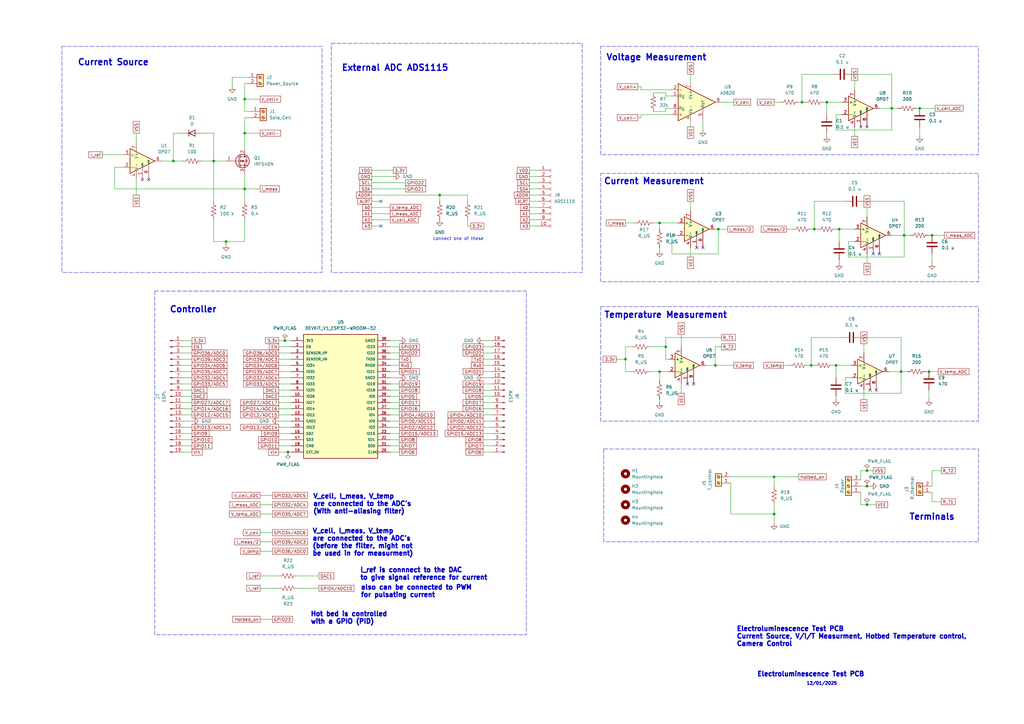
<source format=kicad_sch>
(kicad_sch (version 20231120) (generator "eeschema") (generator_version "8.0")
  (paper "A3")
  (junction (at 369.57 152.4))
  (junction (at 100.33 77.47))
  (junction (at 293.37 149.86))
  (junction (at 92.71 99.06))
  (junction (at 118.11 185.42))
  (junction (at 317.5 210.82))
  (junction (at 87.63 66.04))
  (junction (at 377.19 44.45))
  (junction (at 100.33 40.64))
  (junction (at 256.54 147.32))
  (junction (at 342.9 149.86))
  (junction (at 355.6 207.01))
  (junction (at 339.09 41.91))
  (junction (at 370.84 96.52))
  (junction (at 332.74 149.86))
  (junction (at 334.01 93.98))
  (junction (at 270.51 91.44))
  (junction (at 328.93 41.91))
  (junction (at 116.84 139.7))
  (junction (at 365.76 44.45))
  (junction (at 317.5 195.58))
  (junction (at 355.6 199.39))
  (junction (at 382.27 96.52))
  (junction (at 180.34 80.01))
  (junction (at 71.12 66.04))
  (junction (at 270.51 152.4))
  (junction (at 381 152.4))
  (junction (at 344.17 93.98))
  (junction (at 273.05 142.24))
  (junction (at 355.6 193.04))
  (junction (at 294.64 93.98))
  (junction (at 100.33 54.61))
  (no_connect (at 358.14 104.14))
  (no_connect (at 288.29 101.6))
  (no_connect (at 359.41 160.02))
  (no_connect (at 156.21 82.55))
  (no_connect (at 356.87 160.02))
  (no_connect (at 281.94 157.48))
  (no_connect (at 284.48 157.48))
  (no_connect (at 360.68 104.14))
  (no_connect (at 156.21 92.71))
  (no_connect (at 355.6 52.07))
  (no_connect (at 58.42 73.66))
  (no_connect (at 60.96 73.66))
  (no_connect (at 353.06 52.07))
  (no_connect (at 285.75 101.6))
  (wire (pts (xy 358.14 193.04) (xy 355.6 193.04)))
  (wire (pts (xy 217.17 82.55) (xy 220.98 82.55)))
  (wire (pts (xy 275.59 104.14) (xy 294.64 104.14)))
  (wire (pts (xy 74.93 175.26) (xy 78.74 175.26)))
  (wire (pts (xy 160.02 180.34) (xy 163.83 180.34)))
  (wire (pts (xy 160.02 165.1) (xy 163.83 165.1)))
  (wire (pts (xy 201.93 165.1) (xy 198.12 165.1)))
  (wire (pts (xy 381 96.52) (xy 382.27 96.52)))
  (wire (pts (xy 275.59 96.52) (xy 275.59 104.14)))
  (wire (pts (xy 347.98 105.41) (xy 370.84 105.41)))
  (wire (pts (xy 259.08 142.24) (xy 256.54 142.24)))
  (wire (pts (xy 279.4 137.16) (xy 279.4 142.24)))
  (wire (pts (xy 364.49 152.4) (xy 369.57 152.4)))
  (wire (pts (xy 74.93 149.86) (xy 78.74 149.86)))
  (wire (pts (xy 369.57 161.29) (xy 369.57 152.4)))
  (wire (pts (xy 87.63 66.04) (xy 87.63 82.55)))
  (wire (pts (xy 273.05 38.1) (xy 273.05 39.37)))
  (wire (pts (xy 201.93 139.7) (xy 198.12 139.7)))
  (wire (pts (xy 342.9 149.86) (xy 342.9 154.94)))
  (wire (pts (xy 152.4 90.17) (xy 160.02 90.17)))
  (wire (pts (xy 74.93 154.94) (xy 78.74 154.94)))
  (wire (pts (xy 317.5 207.01) (xy 317.5 210.82)))
  (wire (pts (xy 345.44 46.99) (xy 342.9 46.99)))
  (wire (pts (xy 74.93 185.42) (xy 78.74 185.42)))
  (wire (pts (xy 102.87 48.26) (xy 100.33 48.26)))
  (wire (pts (xy 160.02 157.48) (xy 163.83 157.48)))
  (wire (pts (xy 114.3 177.8) (xy 119.38 177.8)))
  (wire (pts (xy 114.3 180.34) (xy 119.38 180.34)))
  (wire (pts (xy 180.34 80.01) (xy 152.4 80.01)))
  (wire (pts (xy 201.93 182.88) (xy 198.12 182.88)))
  (wire (pts (xy 328.93 30.48) (xy 328.93 41.91)))
  (wire (pts (xy 100.33 71.12) (xy 100.33 77.47)))
  (wire (pts (xy 355.6 85.09) (xy 355.6 88.9)))
  (wire (pts (xy 74.93 177.8) (xy 78.74 177.8)))
  (wire (pts (xy 201.93 185.42) (xy 198.12 185.42)))
  (wire (pts (xy 71.12 66.04) (xy 74.93 66.04)))
  (wire (pts (xy 114.3 172.72) (xy 119.38 172.72)))
  (wire (pts (xy 114.3 157.48) (xy 119.38 157.48)))
  (wire (pts (xy 294.64 93.98) (xy 294.64 104.14)))
  (wire (pts (xy 370.84 105.41) (xy 370.84 96.52)))
  (wire (pts (xy 100.33 54.61) (xy 106.68 54.61)))
  (wire (pts (xy 335.28 93.98) (xy 334.01 93.98)))
  (wire (pts (xy 106.68 236.22) (xy 114.3 236.22)))
  (wire (pts (xy 273.05 147.32) (xy 274.32 147.32)))
  (wire (pts (xy 337.82 41.91) (xy 339.09 41.91)))
  (wire (pts (xy 256.54 142.24) (xy 256.54 147.32)))
  (wire (pts (xy 278.13 91.44) (xy 270.51 91.44)))
  (wire (pts (xy 355.6 207.01) (xy 353.06 207.01)))
  (wire (pts (xy 87.63 90.17) (xy 87.63 99.06)))
  (wire (pts (xy 100.33 77.47) (xy 106.68 77.47)))
  (wire (pts (xy 344.17 93.98) (xy 350.52 93.98)))
  (wire (pts (xy 345.44 138.43) (xy 332.74 138.43)))
  (wire (pts (xy 342.9 46.99) (xy 342.9 53.34)))
  (wire (pts (xy 355.6 104.14) (xy 355.6 107.95)))
  (wire (pts (xy 342.9 162.56) (xy 342.9 163.83)))
  (wire (pts (xy 74.93 170.18) (xy 78.74 170.18)))
  (wire (pts (xy 74.93 157.48) (xy 78.74 157.48)))
  (wire (pts (xy 114.3 147.32) (xy 119.38 147.32)))
  (wire (pts (xy 344.17 93.98) (xy 344.17 99.06)))
  (wire (pts (xy 267.97 45.72) (xy 273.05 45.72)))
  (wire (pts (xy 114.3 182.88) (xy 119.38 182.88)))
  (wire (pts (xy 100.33 34.29) (xy 100.33 40.64)))
  (wire (pts (xy 87.63 66.04) (xy 92.71 66.04)))
  (wire (pts (xy 46.99 77.47) (xy 46.99 68.58)))
  (wire (pts (xy 92.71 99.06) (xy 92.71 100.33)))
  (wire (pts (xy 377.19 52.07) (xy 377.19 55.88)))
  (wire (pts (xy 350.52 33.02) (xy 350.52 36.83)))
  (wire (pts (xy 270.51 101.6) (xy 270.51 102.87)))
  (wire (pts (xy 283.21 101.6) (xy 283.21 105.41)))
  (wire (pts (xy 270.51 165.1) (xy 270.51 163.83)))
  (wire (pts (xy 201.93 167.64) (xy 198.12 167.64)))
  (wire (pts (xy 160.02 172.72) (xy 163.83 172.72)))
  (wire (pts (xy 377.19 44.45) (xy 383.54 44.45)))
  (wire (pts (xy 114.3 144.78) (xy 119.38 144.78)))
  (wire (pts (xy 342.9 53.34) (xy 365.76 53.34)))
  (wire (pts (xy 217.17 87.63) (xy 220.98 87.63)))
  (wire (pts (xy 152.4 69.85) (xy 161.29 69.85)))
  (wire (pts (xy 160.02 139.7) (xy 163.83 139.7)))
  (wire (pts (xy 114.3 170.18) (xy 119.38 170.18)))
  (wire (pts (xy 114.3 149.86) (xy 119.38 149.86)))
  (wire (pts (xy 327.66 41.91) (xy 328.93 41.91)))
  (wire (pts (xy 87.63 99.06) (xy 92.71 99.06)))
  (wire (pts (xy 365.76 30.48) (xy 365.76 44.45)))
  (wire (pts (xy 353.06 138.43) (xy 369.57 138.43)))
  (wire (pts (xy 273.05 39.37) (xy 275.59 39.37)))
  (wire (pts (xy 317.5 41.91) (xy 320.04 41.91)))
  (wire (pts (xy 160.02 170.18) (xy 163.83 170.18)))
  (wire (pts (xy 293.37 93.98) (xy 294.64 93.98)))
  (wire (pts (xy 95.25 31.75) (xy 101.6 31.75)))
  (wire (pts (xy 95.25 35.56) (xy 95.25 31.75)))
  (wire (pts (xy 256.54 91.44) (xy 260.35 91.44)))
  (wire (pts (xy 74.93 160.02) (xy 78.74 160.02)))
  (wire (pts (xy 261.62 35.56) (xy 262.89 35.56)))
  (wire (pts (xy 100.33 40.64) (xy 100.33 45.72)))
  (wire (pts (xy 317.5 199.39) (xy 317.5 195.58)))
  (wire (pts (xy 106.68 207.01) (xy 111.76 207.01)))
  (wire (pts (xy 341.63 30.48) (xy 328.93 30.48)))
  (wire (pts (xy 381 152.4) (xy 384.81 152.4)))
  (wire (pts (xy 217.17 74.93) (xy 220.98 74.93)))
  (wire (pts (xy 74.93 180.34) (xy 78.74 180.34)))
  (wire (pts (xy 299.72 198.12) (xy 299.72 210.82)))
  (wire (pts (xy 191.77 92.71) (xy 191.77 90.17)))
  (wire (pts (xy 201.93 175.26) (xy 198.12 175.26)))
  (wire (pts (xy 92.71 99.06) (xy 100.33 99.06)))
  (wire (pts (xy 288.29 49.53) (xy 288.29 53.34)))
  (wire (pts (xy 106.68 203.2) (xy 111.76 203.2)))
  (wire (pts (xy 160.02 149.86) (xy 163.83 149.86)))
  (wire (pts (xy 74.93 54.61) (xy 71.12 54.61)))
  (wire (pts (xy 262.89 36.83) (xy 275.59 36.83)))
  (wire (pts (xy 201.93 170.18) (xy 198.12 170.18)))
  (wire (pts (xy 180.34 80.01) (xy 180.34 82.55)))
  (wire (pts (xy 273.05 142.24) (xy 273.05 147.32)))
  (wire (pts (xy 201.93 154.94) (xy 198.12 154.94)))
  (wire (pts (xy 353.06 199.39) (xy 355.6 199.39)))
  (wire (pts (xy 353.06 193.04) (xy 353.06 196.85)))
  (wire (pts (xy 160.02 152.4) (xy 163.83 152.4)))
  (wire (pts (xy 339.09 41.91) (xy 345.44 41.91)))
  (wire (pts (xy 217.17 85.09) (xy 220.98 85.09)))
  (wire (pts (xy 121.92 241.3) (xy 130.81 241.3)))
  (wire (pts (xy 114.3 139.7) (xy 116.84 139.7)))
  (wire (pts (xy 344.17 106.68) (xy 344.17 107.95)))
  (wire (pts (xy 270.51 152.4) (xy 274.32 152.4)))
  (wire (pts (xy 116.84 139.7) (xy 119.38 139.7)))
  (wire (pts (xy 321.31 149.86) (xy 323.85 149.86)))
  (wire (pts (xy 350.52 52.07) (xy 350.52 55.88)))
  (wire (pts (xy 267.97 38.1) (xy 273.05 38.1)))
  (wire (pts (xy 379.73 152.4) (xy 381 152.4)))
  (wire (pts (xy 106.68 254) (xy 111.76 254)))
  (wire (pts (xy 341.63 149.86) (xy 342.9 149.86)))
  (wire (pts (xy 74.93 172.72) (xy 78.74 172.72)))
  (wire (pts (xy 114.3 142.24) (xy 119.38 142.24)))
  (wire (pts (xy 201.93 149.86) (xy 198.12 149.86)))
  (wire (pts (xy 201.93 142.24) (xy 198.12 142.24)))
  (wire (pts (xy 349.25 154.94) (xy 346.71 154.94)))
  (wire (pts (xy 41.91 63.5) (xy 50.8 63.5)))
  (wire (pts (xy 74.93 162.56) (xy 78.74 162.56)))
  (wire (pts (xy 114.3 162.56) (xy 119.38 162.56)))
  (wire (pts (xy 382.27 193.04) (xy 382.27 199.39)))
  (wire (pts (xy 114.3 185.42) (xy 118.11 185.42)))
  (wire (pts (xy 152.4 77.47) (xy 166.37 77.47)))
  (wire (pts (xy 334.01 149.86) (xy 332.74 149.86)))
  (wire (pts (xy 82.55 66.04) (xy 87.63 66.04)))
  (wire (pts (xy 386.08 193.04) (xy 382.27 193.04)))
  (wire (pts (xy 293.37 149.86) (xy 300.99 149.86)))
  (wire (pts (xy 273.05 138.43) (xy 295.91 138.43)))
  (wire (pts (xy 201.93 172.72) (xy 198.12 172.72)))
  (wire (pts (xy 118.11 185.42) (xy 119.38 185.42)))
  (wire (pts (xy 55.88 73.66) (xy 55.88 80.01)))
  (wire (pts (xy 191.77 82.55) (xy 191.77 80.01)))
  (wire (pts (xy 270.51 91.44) (xy 267.97 91.44)))
  (wire (pts (xy 259.08 152.4) (xy 256.54 152.4)))
  (wire (pts (xy 201.93 180.34) (xy 198.12 180.34)))
  (wire (pts (xy 74.93 167.64) (xy 78.74 167.64)))
  (wire (pts (xy 294.64 93.98) (xy 298.45 93.98)))
  (wire (pts (xy 180.34 80.01) (xy 191.77 80.01)))
  (wire (pts (xy 354.33 82.55) (xy 370.84 82.55)))
  (wire (pts (xy 278.13 96.52) (xy 275.59 96.52)))
  (wire (pts (xy 74.93 165.1) (xy 78.74 165.1)))
  (wire (pts (xy 293.37 142.24) (xy 293.37 149.86)))
  (wire (pts (xy 262.89 46.99) (xy 275.59 46.99)))
  (wire (pts (xy 82.55 54.61) (xy 87.63 54.61)))
  (wire (pts (xy 201.93 162.56) (xy 198.12 162.56)))
  (wire (pts (xy 74.93 142.24) (xy 78.74 142.24)))
  (wire (pts (xy 353.06 207.01) (xy 353.06 201.93)))
  (wire (pts (xy 370.84 82.55) (xy 370.84 96.52)))
  (wire (pts (xy 262.89 48.26) (xy 262.89 46.99)))
  (wire (pts (xy 270.51 156.21) (xy 270.51 152.4)))
  (wire (pts (xy 152.4 74.93) (xy 166.37 74.93)))
  (wire (pts (xy 106.68 241.3) (xy 114.3 241.3)))
  (wire (pts (xy 152.4 82.55) (xy 156.21 82.55)))
  (wire (pts (xy 66.04 66.04) (xy 71.12 66.04)))
  (wire (pts (xy 317.5 210.82) (xy 317.5 214.63)))
  (wire (pts (xy 372.11 152.4) (xy 369.57 152.4)))
  (wire (pts (xy 201.93 177.8) (xy 198.12 177.8)))
  (wire (pts (xy 342.9 149.86) (xy 349.25 149.86)))
  (wire (pts (xy 334.01 82.55) (xy 334.01 93.98)))
  (wire (pts (xy 106.68 226.06) (xy 111.76 226.06)))
  (wire (pts (xy 339.09 54.61) (xy 339.09 55.88)))
  (wire (pts (xy 121.92 236.22) (xy 130.81 236.22)))
  (wire (pts (xy 71.12 54.61) (xy 71.12 66.04)))
  (wire (pts (xy 382.27 96.52) (xy 387.35 96.52)))
  (wire (pts (xy 217.17 90.17) (xy 220.98 90.17)))
  (wire (pts (xy 152.4 85.09) (xy 160.02 85.09)))
  (wire (pts (xy 365.76 53.34) (xy 365.76 44.45)))
  (wire (pts (xy 317.5 210.82) (xy 299.72 210.82)))
  (wire (pts (xy 87.63 66.04) (xy 87.63 54.61)))
  (wire (pts (xy 289.56 149.86) (xy 293.37 149.86)))
  (wire (pts (xy 217.17 69.85) (xy 220.98 69.85)))
  (wire (pts (xy 100.33 77.47) (xy 100.33 82.55)))
  (wire (pts (xy 106.68 40.64) (xy 100.33 40.64)))
  (wire (pts (xy 100.33 90.17) (xy 100.33 99.06)))
  (wire (pts (xy 354.33 140.97) (xy 354.33 144.78)))
  (wire (pts (xy 283.21 30.48) (xy 283.21 34.29)))
  (wire (pts (xy 382.27 104.14) (xy 382.27 107.95)))
  (wire (pts (xy 114.3 160.02) (xy 119.38 160.02)))
  (wire (pts (xy 106.68 210.82) (xy 111.76 210.82)))
  (wire (pts (xy 74.93 182.88) (xy 78.74 182.88)))
  (wire (pts (xy 283.21 52.07) (xy 283.21 49.53)))
  (wire (pts (xy 346.71 154.94) (xy 346.71 161.29)))
  (wire (pts (xy 295.91 41.91) (xy 300.99 41.91)))
  (wire (pts (xy 102.87 45.72) (xy 100.33 45.72)))
  (wire (pts (xy 193.04 92.71) (xy 191.77 92.71)))
  (wire (pts (xy 201.93 160.02) (xy 198.12 160.02)))
  (wire (pts (xy 317.5 195.58) (xy 327.66 195.58)))
  (wire (pts (xy 201.93 157.48) (xy 198.12 157.48)))
  (wire (pts (xy 160.02 185.42) (xy 163.83 185.42)))
  (wire (pts (xy 355.6 193.04) (xy 353.06 193.04)))
  (wire (pts (xy 217.17 92.71) (xy 220.98 92.71)))
  (wire (pts (xy 252.73 147.32) (xy 256.54 147.32)))
  (wire (pts (xy 217.17 77.47) (xy 220.98 77.47)))
  (wire (pts (xy 322.58 93.98) (xy 325.12 93.98)))
  (wire (pts (xy 114.3 154.94) (xy 119.38 154.94)))
  (wire (pts (xy 382.27 201.93) (xy 382.27 205.74)))
  (wire (pts (xy 273.05 138.43) (xy 273.05 142.24)))
  (wire (pts (xy 261.62 48.26) (xy 262.89 48.26)))
  (wire (pts (xy 266.7 142.24) (xy 273.05 142.24)))
  (wire (pts (xy 331.47 149.86) (xy 332.74 149.86)))
  (wire (pts (xy 217.17 80.01) (xy 220.98 80.01)))
  (wire (pts (xy 74.93 152.4) (xy 78.74 152.4)))
  (wire (pts (xy 74.93 147.32) (xy 78.74 147.32)))
  (wire (pts (xy 279.4 157.48) (xy 279.4 161.29)))
  (wire (pts (xy 342.9 93.98) (xy 344.17 93.98)))
  (wire (pts (xy 262.89 35.56) (xy 262.89 36.83)))
  (wire (pts (xy 55.88 54.61) (xy 55.88 58.42)))
  (wire (pts (xy 160.02 154.94) (xy 163.83 154.94)))
  (wire (pts (xy 160.02 160.02) (xy 163.83 160.02)))
  (wire (pts (xy 160.02 175.26) (xy 163.83 175.26)))
  (wire (pts (xy 152.4 87.63) (xy 160.02 87.63)))
  (wire (pts (xy 100.33 34.29) (xy 101.6 34.29)))
  (wire (pts (xy 201.93 144.78) (xy 198.12 144.78)))
  (wire (pts (xy 114.3 175.26) (xy 119.38 175.26)))
  (wire (pts (xy 160.02 144.78) (xy 163.83 144.78)))
  (wire (pts (xy 74.93 144.78) (xy 78.74 144.78)))
  (wire (pts (xy 160.02 162.56) (xy 163.83 162.56)))
  (wire (pts (xy 375.92 44.45) (xy 377.19 44.45)))
  (wire (pts (xy 160.02 182.88) (xy 163.83 182.88)))
  (wire (pts (xy 106.68 218.44) (xy 111.76 218.44)))
  (wire (pts (xy 359.41 207.01) (xy 355.6 207.01)))
  (wire (pts (xy 346.71 161.29) (xy 369.57 161.29)))
  (wire (pts (xy 201.93 152.4) (xy 198.12 152.4)))
  (wire (pts (xy 201.93 147.32) (xy 198.12 147.32)))
  (wire (pts (xy 106.68 222.25) (xy 111.76 222.25)))
  (wire (pts (xy 373.38 96.52) (xy 370.84 96.52)))
  (wire (pts (xy 217.17 72.39) (xy 220.98 72.39)))
  (wire (pts (xy 46.99 68.58) (xy 50.8 68.58)))
  (wire (pts (xy 114.3 165.1) (xy 119.38 165.1)))
  (wire (pts (xy 114.3 167.64) (xy 119.38 167.64)))
  (wire (pts (xy 266.7 152.4) (xy 270.51 152.4)))
  (wire (pts (xy 350.52 99.06) (xy 347.98 99.06)))
  (wire (pts (xy 347.98 99.06) (xy 347.98 105.41)))
  (wire (pts (xy 369.57 138.43) (xy 369.57 152.4)))
  (wire (pts (xy 386.08 205.74) (xy 382.27 205.74)))
  (wire (pts (xy 100.33 48.26) (xy 100.33 54.61)))
  (wire (pts (xy 332.74 93.98) (xy 334.01 93.98)))
  (wire (pts (xy 256.54 152.4) (xy 256.54 147.32)))
  (wire (pts (xy 330.2 41.91) (xy 328.93 41.91)))
  (wire (pts (xy 355.6 199.39) (xy 356.87 199.39)))
  (wire (pts (xy 346.71 82.55) (xy 334.01 82.55)))
  (wire (pts (xy 381 160.02) (xy 381 163.83)))
  (wire (pts (xy 299.72 195.58) (xy 317.5 195.58)))
  (wire (pts (xy 46.99 77.47) (xy 100.33 77.47)))
  (wire (pts (xy 100.33 54.61) (xy 100.33 60.96)))
  (wire (pts (xy 349.25 30.48) (xy 365.76 30.48)))
  (wire (pts (xy 160.02 177.8) (xy 163.83 177.8)))
  (wire (pts (xy 368.3 44.45) (xy 365.76 44.45)))
  (wire (pts (xy 74.93 139.7) (xy 78.74 139.7)))
  (wire (pts (xy 270.51 91.44) (xy 270.51 93.98)))
  (wire (pts (xy 273.05 45.72) (xy 273.05 44.45)))
  (wire (pts (xy 160.02 142.24) (xy 163.83 142.24)))
  (wire (pts (xy 160.02 167.64) (xy 163.83 167.64)))
  (wire (pts (xy 332.74 138.43) (xy 332.74 149.86)))
  (wire (pts (xy 283.21 82.55) (xy 283.21 86.36)))
  (wire (pts (xy 160.02 147.32) (xy 163.83 147.32)))
  (wire (pts (xy 273.05 44.45) (xy 275.59 44.45)))
  (wire (pts (xy 152.4 72.39) (xy 161.29 72.39)))
  (wire (pts (xy 339.09 41.91) (xy 339.09 46.99)))
  (wire (pts (xy 152.4 92.71) (xy 156.21 92.71)))
  (wire (pts (xy 114.3 152.4) (xy 119.38 152.4)))
  (wire (pts (xy 360.68 44.45) (xy 365.76 44.45)))
  (wire (pts (xy 365.76 96.52) (xy 370.84 96.52)))
  (wire (pts (xy 354.33 160.02) (xy 354.33 163.83)))
  (wire (pts (xy 295.91 142.24) (xy 293.37 142.24)))
  (rectangle (start 247.65 184.15) (end 401.32 222.25) (stroke (width 0) (type dash)))
  (rectangle (start 246.38 19.05) (end 401.32 63.5) (stroke (width 0) (type dash)))
  (rectangle (start 246.38 125.73) (end 401.32 172.72) (stroke (width 0) (type dash)))
  (rectangle (start 63.5 119.38) (end 215.9 260.35) (stroke (width 0) (type dash)))
  (rectangle (start 246.38 71.12) (end 401.32 115.57) (stroke (width 0) (type dash)))
  (rectangle (start 135.89 17.78) (end 238.76 111.76) (stroke (width 0) (type dash)))
  (rectangle (start 25.4 19.05) (end 132.08 111.76) (stroke (width 0) (type dash)))
  (text "Current Measurement" (at 268.224 74.422 0) (effects (font (size 2.54 2.54) (thickness 0.508) (bold yes))))
  (text "connect one of these" (at 187.96 98.044 0) (effects (font (size 1.27 1.27))))
  (text "External ADC ADS1115" (at 162.052 27.94 0) (effects (font (size 2.54 2.54) (thickness 0.508) (bold yes))))
  (text "Hot bed is controlled\nwith a GPIO (PID)" (at 127.254 253.492 0) (effects (font (size 1.905 1.905) (thickness 0.508) (bold yes)) (justify left)))
  (text "Current Source" (at 46.482 25.654 0) (effects (font (size 2.54 2.54) (thickness 0.508) (bold yes))))
  (text "Electroluminescence Test PCB" (at 310.388 276.606 0) (effects (font (size 1.905 1.905) (thickness 0.508) (bold yes)) (justify left)))
  (text "also can be connected to PWM\nfor pulsating current" (at 147.828 242.57 0) (effects (font (size 1.905 1.905) (thickness 0.508) (bold yes)) (justify left)))
  (text "V_cell, I_meas, V_temp\nare connected to the ADC's\n(With anti-aliasing filter)" (at 128.27 206.756 0) (effects (font (size 1.905 1.905) (thickness 0.508) (bold yes)) (justify left)))
  (text "Voltage Measurement" (at 269.24 23.622 0) (effects (font (size 2.54 2.54) (thickness 0.508) (bold yes))))
  (text "Terminals" (at 382.27 212.09 0) (effects (font (size 2.54 2.54) (thickness 0.508) (bold yes))))
  (text "Electroluminescence Test PCB\nCurrent Source, V/I/T Measurment, Hotbed Temperature control,\nCamera Control" (at 302.006 261.112 0) (effects (font (size 1.905 1.905) (thickness 0.508) (bold yes)) (justify left)))
  (text "12/01/2025\n" (at 330.708 280.416 0) (effects (font (size 1.27 1.27) (thickness 0.508) (bold yes)) (justify left)))
  (text "Temperature Measurement" (at 273.05 129.286 0) (effects (font (size 2.54 2.54) (thickness 0.508) (bold yes))))
  (text "Controller" (at 79.248 127 0) (effects (font (size 2.54 2.54) (thickness 0.508) (bold yes))))
  (text "I_ref is connnect to the DAC\nto give signal reference for current" (at 147.574 235.458 0) (effects (font (size 1.905 1.905) (thickness 0.508) (bold yes)) (justify left)))
  (text "V_cell, I_meas, V_temp\nare connected to the ADC's\n(before the filter, might not\nbe used in for measurment)" (at 128.016 222.504 0) (effects (font (size 1.905 1.905) (thickness 0.508) (bold yes)) (justify left)))
  (global_label "GPIO15{slash}ADC13" (shape passive) (at 163.83 177.8 0) (property "Intersheetrefs" "${INTERSHEET_REFS}" (effects (hide yes))))
  (global_label "V_cell+" (shape passive) (at 261.62 35.56 180) (property "Intersheetrefs" "${INTERSHEET_REFS}" (effects (hide yes))))
  (global_label "GPIO39{slash}ADC3" (shape passive) (at 114.3 147.32 180) (property "Intersheetrefs" "${INTERSHEET_REFS}" (effects (hide yes))))
  (global_label "A3" (shape passive) (at 217.17 92.71 180) (property "Intersheetrefs" "${INTERSHEET_REFS}" (effects (hide yes))))
  (global_label "R_T1" (shape passive) (at 386.08 205.74 0) (property "Intersheetrefs" "${INTERSHEET_REFS}" (effects (hide yes))))
  (global_label "DAC2" (shape passive) (at 114.3 162.56 180) (property "Intersheetrefs" "${INTERSHEET_REFS}" (effects (hide yes))))
  (global_label "GPIO13{slash}ADC14" (shape passive) (at 78.74 175.26 0) (property "Intersheetrefs" "${INTERSHEET_REFS}" (effects (hide yes))))
  (global_label "GPIO23" (shape passive) (at 198.12 142.24 180) (property "Intersheetrefs" "${INTERSHEET_REFS}" (effects (hide yes))))
  (global_label "VSS" (shape passive) (at 350.52 33.02 90) (property "Intersheetrefs" "${INTERSHEET_REFS}" (effects (hide yes))))
  (global_label "GPIO27{slash}ADC17" (shape passive) (at 78.74 165.1 0) (property "Intersheetrefs" "${INTERSHEET_REFS}" (effects (hide yes))))
  (global_label "GPIO8" (shape passive) (at 198.12 180.34 180) (property "Intersheetrefs" "${INTERSHEET_REFS}" (effects (hide yes))))
  (global_label "GPIO8" (shape passive) (at 163.83 180.34 0) (property "Intersheetrefs" "${INTERSHEET_REFS}" (effects (hide yes))))
  (global_label "SDA" (shape passive) (at 217.17 77.47 180) (property "Intersheetrefs" "${INTERSHEET_REFS}" (effects (hide yes))))
  (global_label "3.3V" (shape passive) (at 252.73 147.32 180) (property "Intersheetrefs" "${INTERSHEET_REFS}" (effects (hide yes))))
  (global_label "V_cell_ADC" (shape passive) (at 106.68 203.2 180) (property "Intersheetrefs" "${INTERSHEET_REFS}" (effects (hide yes))))
  (global_label "GPIO33{slash}ADC5" (shape passive) (at 78.74 157.48 0) (property "Intersheetrefs" "${INTERSHEET_REFS}" (effects (hide yes))))
  (global_label "3.3V" (shape passive) (at 161.29 69.85 0) (property "Intersheetrefs" "${INTERSHEET_REFS}" (effects (hide yes))))
  (global_label "GPIO32{slash}ADC4" (shape passive) (at 114.3 154.94 180) (property "Intersheetrefs" "${INTERSHEET_REFS}" (effects (hide yes))))
  (global_label "SCL" (shape passive) (at 152.4 74.93 180) (property "Intersheetrefs" "${INTERSHEET_REFS}" (effects (hide yes))))
  (global_label "GND" (shape passive) (at 217.17 72.39 180) (property "Intersheetrefs" "${INTERSHEET_REFS}" (effects (hide yes))))
  (global_label "VEE" (shape passive) (at 279.4 161.29 270) (property "Intersheetrefs" "${INTERSHEET_REFS}" (effects (hide yes))))
  (global_label "VEE" (shape passive) (at 55.88 80.01 270) (property "Intersheetrefs" "${INTERSHEET_REFS}" (effects (hide yes))))
  (global_label "GPIO35{slash}ADC7" (shape passive) (at 111.76 210.82 0) (property "Intersheetrefs" "${INTERSHEET_REFS}" (effects (hide yes))))
  (global_label "GPIO19" (shape passive) (at 163.83 157.48 0) (property "Intersheetrefs" "${INTERSHEET_REFS}" (effects (hide yes))))
  (global_label "3.3V" (shape passive) (at 193.04 92.71 0) (property "Intersheetrefs" "${INTERSHEET_REFS}" (effects (hide yes))))
  (global_label "VEE" (shape passive) (at 355.6 107.95 270) (property "Intersheetrefs" "${INTERSHEET_REFS}" (effects (hide yes))))
  (global_label "GPIO6" (shape passive) (at 198.12 185.42 180) (property "Intersheetrefs" "${INTERSHEET_REFS}" (effects (hide yes))))
  (global_label "V_cell_ADC" (shape passive) (at 160.02 90.17 0) (property "Intersheetrefs" "${INTERSHEET_REFS}" (effects (hide yes))))
  (global_label "V_cell-" (shape passive) (at 261.62 48.26 180) (property "Intersheetrefs" "${INTERSHEET_REFS}" (effects (hide yes))))
  (global_label "GPIO22" (shape passive) (at 163.83 144.78 0) (property "Intersheetrefs" "${INTERSHEET_REFS}" (effects (hide yes))))
  (global_label "VEE" (shape passive) (at 359.41 207.01 0) (property "Intersheetrefs" "${INTERSHEET_REFS}" (effects (hide yes))))
  (global_label "GPIO16" (shape passive) (at 163.83 167.64 0) (property "Intersheetrefs" "${INTERSHEET_REFS}" (effects (hide yes))))
  (global_label "I_meas_ADC" (shape passive) (at 160.02 87.63 0) (property "Intersheetrefs" "${INTERSHEET_REFS}" (effects (hide yes))))
  (global_label "GPIO32{slash}ADC4" (shape passive) (at 78.74 154.94 0) (property "Intersheetrefs" "${INTERSHEET_REFS}" (effects (hide yes))))
  (global_label "GPIO4{slash}ADC10" (shape passive) (at 163.83 170.18 0) (property "Intersheetrefs" "${INTERSHEET_REFS}" (effects (hide yes))))
  (global_label "GPIO17" (shape passive) (at 163.83 165.1 0) (property "Intersheetrefs" "${INTERSHEET_REFS}" (effects (hide yes))))
  (global_label "VEE" (shape passive) (at 354.33 163.83 270) (property "Intersheetrefs" "${INTERSHEET_REFS}" (effects (hide yes))))
  (global_label "VDD" (shape passive) (at 217.17 69.85 180) (property "Intersheetrefs" "${INTERSHEET_REFS}" (effects (hide yes))))
  (global_label "GND" (shape passive) (at 152.4 72.39 180) (property "Intersheetrefs" "${INTERSHEET_REFS}" (effects (hide yes))))
  (global_label "GPIO9" (shape passive) (at 78.74 177.8 0) (property "Intersheetrefs" "${INTERSHEET_REFS}" (effects (hide yes))))
  (global_label "GPIO36{slash}ADC0" (shape passive) (at 114.3 144.78 180) (property "Intersheetrefs" "${INTERSHEET_REFS}" (effects (hide yes))))
  (global_label "DAC1" (shape passive) (at 114.3 160.02 180) (property "Intersheetrefs" "${INTERSHEET_REFS}" (effects (hide yes))))
  (global_label "I_meas{slash}2" (shape passive) (at 106.68 222.25 180) (property "Intersheetrefs" "${INTERSHEET_REFS}" (effects (hide yes))))
  (global_label "Vin" (shape passive) (at 78.74 185.42 0) (property "Intersheetrefs" "${INTERSHEET_REFS}" (effects (hide yes))))
  (global_label "GPIO14{slash}ADC16" (shape passive) (at 114.3 167.64 180) (property "Intersheetrefs" "${INTERSHEET_REFS}" (effects (hide yes))))
  (global_label "DAC1" (shape passive) (at 130.81 236.22 0) (property "Intersheetrefs" "${INTERSHEET_REFS}" (effects (hide yes))))
  (global_label "I_meas{slash}2" (shape passive) (at 322.58 93.98 180) (property "Intersheetrefs" "${INTERSHEET_REFS}" (effects (hide yes))))
  (global_label "GPIO16" (shape passive) (at 198.12 167.64 180) (property "Intersheetrefs" "${INTERSHEET_REFS}" (effects (hide yes))))
  (global_label "GPIO33{slash}ADC5" (shape passive) (at 111.76 203.2 0) (property "Intersheetrefs" "${INTERSHEET_REFS}" (effects (hide yes))))
  (global_label "GPIO32{slash}ADC4" (shape passive) (at 111.76 207.01 0) (property "Intersheetrefs" "${INTERSHEET_REFS}" (effects (hide yes))))
  (global_label "GPIO35{slash}ADC7" (shape passive) (at 78.74 152.4 0) (property "Intersheetrefs" "${INTERSHEET_REFS}" (effects (hide yes))))
  (global_label "GPIO36{slash}ADC0" (shape passive) (at 78.74 144.78 0) (property "Intersheetrefs" "${INTERSHEET_REFS}" (effects (hide yes))))
  (global_label "V_cell_ADC" (shape passive) (at 383.54 44.45 0) (property "Intersheetrefs" "${INTERSHEET_REFS}" (effects (hide yes))))
  (global_label "GPIO5" (shape passive) (at 198.12 162.56 180) (property "Intersheetrefs" "${INTERSHEET_REFS}" (effects (hide yes))))
  (global_label "A2" (shape passive) (at 217.17 90.17 180) (property "Intersheetrefs" "${INTERSHEET_REFS}" (effects (hide yes))))
  (global_label "VSS" (shape passive) (at 354.33 140.97 90) (property "Intersheetrefs" "${INTERSHEET_REFS}" (effects (hide yes))))
  (global_label "V_cell" (shape passive) (at 106.68 218.44 180) (property "Intersheetrefs" "${INTERSHEET_REFS}" (effects (hide yes))))
  (global_label "VSS" (shape passive) (at 55.88 54.61 90) (property "Intersheetrefs" "${INTERSHEET_REFS}" (effects (hide yes))))
  (global_label "GPIO15{slash}ADC13" (shape passive) (at 198.12 177.8 180) (property "Intersheetrefs" "${INTERSHEET_REFS}" (effects (hide yes))))
  (global_label "GPIO6" (shape passive) (at 163.83 185.42 0) (property "Intersheetrefs" "${INTERSHEET_REFS}" (effects (hide yes))))
  (global_label "GPIO34{slash}ADC6" (shape passive) (at 111.76 218.44 0) (property "Intersheetrefs" "${INTERSHEET_REFS}" (effects (hide yes))))
  (global_label "GPIO35{slash}ADC7" (shape passive) (at 114.3 152.4 180) (property "Intersheetrefs" "${INTERSHEET_REFS}" (effects (hide yes))))
  (global_label "A3" (shape passive) (at 152.4 92.71 180) (property "Intersheetrefs" "${INTERSHEET_REFS}" (effects (hide yes))))
  (global_label "V_temp_ADC" (shape passive) (at 384.81 152.4 0) (property "Intersheetrefs" "${INTERSHEET_REFS}" (effects (hide yes))))
  (global_label "GPIO34{slash}ADC6" (shape passive) (at 114.3 149.86 180) (property "Intersheetrefs" "${INTERSHEET_REFS}" (effects (hide yes))))
  (global_label "A1" (shape passive) (at 152.4 87.63 180) (property "Intersheetrefs" "${INTERSHEET_REFS}" (effects (hide yes))))
  (global_label "I_meas_ADC" (shape passive) (at 387.35 96.52 0) (property "Intersheetrefs" "${INTERSHEET_REFS}" (effects (hide yes))))
  (global_label "GPIO17" (shape passive) (at 198.12 165.1 180) (property "Intersheetrefs" "${INTERSHEET_REFS}" (effects (hide yes))))
  (global_label "GPIO22" (shape passive) (at 198.12 144.78 180) (property "Intersheetrefs" "${INTERSHEET_REFS}" (effects (hide yes))))
  (global_label "SDA" (shape passive) (at 152.4 77.47 180) (property "Intersheetrefs" "${INTERSHEET_REFS}" (effects (hide yes))))
  (global_label "3.3V" (shape passive) (at 114.3 139.7 180) (property "Intersheetrefs" "${INTERSHEET_REFS}" (effects (hide yes))))
  (global_label "GPIO4{slash}ADC10" (shape passive) (at 198.12 170.18 180) (property "Intersheetrefs" "${INTERSHEET_REFS}" (effects (hide yes))))
  (global_label "V_cell-" (shape passive) (at 106.68 54.61 0) (property "Intersheetrefs" "${INTERSHEET_REFS}" (effects (hide yes))))
  (global_label "Hotbed_on" (shape passive) (at 106.68 254 180) (property "Intersheetrefs" "${INTERSHEET_REFS}" (effects (hide yes))))
  (global_label "GPIO34{slash}ADC6" (shape passive) (at 78.74 149.86 0) (property "Intersheetrefs" "${INTERSHEET_REFS}" (effects (hide yes))))
  (global_label "VSS" (shape passive) (at 355.6 85.09 90) (property "Intersheetrefs" "${INTERSHEET_REFS}" (effects (hide yes))))
  (global_label "GPIO21" (shape passive) (at 198.12 152.4 180) (property "Intersheetrefs" "${INTERSHEET_REFS}" (effects (hide yes))))
  (global_label "GPIO10" (shape passive) (at 114.3 180.34 180) (property "Intersheetrefs" "${INTERSHEET_REFS}" (effects (hide yes))))
  (global_label "VEE" (shape passive) (at 283.21 105.41 270) (property "Intersheetrefs" "${INTERSHEET_REFS}" (effects (hide yes))))
  (global_label "GPIO0{slash}ADC11" (shape passive) (at 163.83 172.72 0) (property "Intersheetrefs" "${INTERSHEET_REFS}" (effects (hide yes))))
  (global_label "GPIO12{slash}ADC15" (shape passive) (at 78.74 170.18 0) (property "Intersheetrefs" "${INTERSHEET_REFS}" (effects (hide yes))))
  (global_label "ALRT" (shape passive) (at 152.4 82.55 180) (property "Intersheetrefs" "${INTERSHEET_REFS}" (effects (hide yes))))
  (global_label "GPIO18" (shape passive) (at 198.12 160.02 180) (property "Intersheetrefs" "${INTERSHEET_REFS}" (effects (hide yes))))
  (global_label "GPIO2{slash}ADC12" (shape passive) (at 198.12 175.26 180) (property "Intersheetrefs" "${INTERSHEET_REFS}" (effects (hide yes))))
  (global_label "A2" (shape passive) (at 152.4 90.17 180) (property "Intersheetrefs" "${INTERSHEET_REFS}" (effects (hide yes))))
  (global_label "GPIO23" (shape passive) (at 111.76 254 0) (property "Intersheetrefs" "${INTERSHEET_REFS}" (effects (hide yes))))
  (global_label "VSS" (shape passive) (at 283.21 30.48 90) (property "Intersheetrefs" "${INTERSHEET_REFS}" (effects (hide yes))))
  (global_label "GPIO7" (shape passive) (at 198.12 182.88 180) (property "Intersheetrefs" "${INTERSHEET_REFS}" (effects (hide yes))))
  (global_label "GPIO5" (shape passive) (at 163.83 162.56 0) (property "Intersheetrefs" "${INTERSHEET_REFS}" (effects (hide yes))))
  (global_label "GPIO39{slash}ADC3" (shape passive) (at 111.76 222.25 0) (property "Intersheetrefs" "${INTERSHEET_REFS}" (effects (hide yes))))
  (global_label "I_ref" (shape passive) (at 41.91 63.5 180) (property "Intersheetrefs" "${INTERSHEET_REFS}" (effects (hide yes))))
  (global_label "GPIO13{slash}ADC14" (shape passive) (at 114.3 175.26 180) (property "Intersheetrefs" "${INTERSHEET_REFS}" (effects (hide yes))))
  (global_label "Rx0" (shape passive) (at 163.83 149.86 0) (property "Intersheetrefs" "${INTERSHEET_REFS}" (effects (hide yes))))
  (global_label "DAC1" (shape passive) (at 78.74 160.02 0) (property "Intersheetrefs" "${INTERSHEET_REFS}" (effects (hide yes))))
  (global_label "Vin" (shape passive) (at 114.3 185.42 180) (property "Intersheetrefs" "${INTERSHEET_REFS}" (effects (hide yes))))
  (global_label "GPIO36{slash}ADC0" (shape passive) (at 111.76 226.06 0) (property "Intersheetrefs" "${INTERSHEET_REFS}" (effects (hide yes))))
  (global_label "GPIO11" (shape passive) (at 78.74 182.88 0) (property "Intersheetrefs" "${INTERSHEET_REFS}" (effects (hide yes))))
  (global_label "Tx0" (shape passive) (at 198.12 147.32 180) (property "Intersheetrefs" "${INTERSHEET_REFS}" (effects (hide yes))))
  (global_label "ADDR" (shape passive) (at 152.4 80.01 180) (property "Intersheetrefs" "${INTERSHEET_REFS}" (effects (hide yes))))
  (global_label "GPIO2{slash}ADC12" (shape passive) (at 163.83 175.26 0) (property "Intersheetrefs" "${INTERSHEET_REFS}" (effects (hide yes))))
  (global_label "ADDR" (shape passive) (at 217.17 80.01 180) (property "Intersheetrefs" "${INTERSHEET_REFS}" (effects (hide yes))))
  (global_label "GPIO10" (shape passive) (at 78.74 180.34 0) (property "Intersheetrefs" "${INTERSHEET_REFS}" (effects (hide yes))))
  (global_label "GPIO33{slash}ADC5" (shape passive) (at 114.3 157.48 180) (property "Intersheetrefs" "${INTERSHEET_REFS}" (effects (hide yes))))
  (global_label "V_temp" (shape passive) (at 106.68 226.06 180) (property "Intersheetrefs" "${INTERSHEET_REFS}" (effects (hide yes))))
  (global_label "GPIO22" (shape passive) (at 166.37 74.93 0) (property "Intersheetrefs" "${INTERSHEET_REFS}" (effects (hide yes))))
  (global_label "V_temp_ADC" (shape passive) (at 106.68 210.82 180) (property "Intersheetrefs" "${INTERSHEET_REFS}" (effects (hide yes))))
  (global_label "VSS" (shape passive) (at 358.14 193.04 0) (property "Intersheetrefs" "${INTERSHEET_REFS}" (effects (hide yes))))
  (global_label "3.3V" (shape passive) (at 78.74 139.7 0) (property "Intersheetrefs" "${INTERSHEET_REFS}" (effects (hide yes))))
  (global_label "EN" (shape passive) (at 114.3 142.24 180) (property "Intersheetrefs" "${INTERSHEET_REFS}" (effects (hide yes))))
  (global_label "VEE" (shape passive) (at 350.52 55.88 270) (property "Intersheetrefs" "${INTERSHEET_REFS}" (effects (hide yes))))
  (global_label "I_meas" (shape passive) (at 256.54 91.44 180) (property "Intersheetrefs" "${INTERSHEET_REFS}" (effects (hide yes))))
  (global_label "A0" (shape passive) (at 152.4 85.09 180) (property "Intersheetrefs" "${INTERSHEET_REFS}" (effects (hide yes))))
  (global_label "I_meas_ADC" (shape passive) (at 106.68 207.01 180) (property "Intersheetrefs" "${INTERSHEET_REFS}" (effects (hide yes))))
  (global_label "GPIO11" (shape passive) (at 114.3 182.88 180) (property "Intersheetrefs" "${INTERSHEET_REFS}" (effects (hide yes))))
  (global_label "V_cell+" (shape passive) (at 106.68 40.64 0) (property "Intersheetrefs" "${INTERSHEET_REFS}" (effects (hide yes))))
  (global_label "V_cell" (shape passive) (at 300.99 41.91 0) (property "Intersheetrefs" "${INTERSHEET_REFS}" (effects (hide yes))))
  (global_label "VDD" (shape passive) (at 152.4 69.85 180) (property "Intersheetrefs" "${INTERSHEET_REFS}" (effects (hide yes))))
  (global_label "I_ref" (shape passive) (at 106.68 241.3 180) (property "Intersheetrefs" "${INTERSHEET_REFS}" (effects (hide yes))))
  (global_label "R_T1" (shape passive) (at 295.91 138.43 0) (property "Intersheetrefs" "${INTERSHEET_REFS}" (effects (hide yes))))
  (global_label "V_temp" (shape passive) (at 300.99 149.86 0) (property "Intersheetrefs" "${INTERSHEET_REFS}" (effects (hide yes))))
  (global_label "EN" (shape passive) (at 78.74 142.24 0) (property "Intersheetrefs" "${INTERSHEET_REFS}" (effects (hide yes))))
  (global_label "R_T2" (shape passive) (at 295.91 142.24 0) (property "Intersheetrefs" "${INTERSHEET_REFS}" (effects (hide yes))))
  (global_label "R_T2" (shape passive) (at 386.08 193.04 0) (property "Intersheetrefs" "${INTERSHEET_REFS}" (effects (hide yes))))
  (global_label "GPIO39{slash}ADC3" (shape passive) (at 78.74 147.32 0) (property "Intersheetrefs" "${INTERSHEET_REFS}" (effects (hide yes))))
  (global_label "V_cell" (shape passive) (at 317.5 41.91 180) (property "Intersheetrefs" "${INTERSHEET_REFS}" (effects (hide yes))))
  (global_label "GPIO18" (shape passive) (at 163.83 160.02 0) (property "Intersheetrefs" "${INTERSHEET_REFS}" (effects (hide yes))))
  (global_label "DAC2" (shape passive) (at 78.74 162.56 0) (property "Intersheetrefs" "${INTERSHEET_REFS}" (effects (hide yes))))
  (global_label "GPIO23" (shape passive) (at 163.83 142.24 0) (property "Intersheetrefs" "${INTERSHEET_REFS}" (effects (hide yes))))
  (global_label "VSS" (shape passive) (at 283.21 82.55 90) (property "Intersheetrefs" "${INTERSHEET_REFS}" (effects (hide yes))))
  (global_label "GPIO4{slash}ADC10" (shape passive) (at 130.81 241.3 0) (property "Intersheetrefs" "${INTERSHEET_REFS}" (effects (hide yes))))
  (global_label "VEE" (shape passive) (at 283.21 52.07 270) (property "Intersheetrefs" "${INTERSHEET_REFS}" (effects (hide yes))))
  (global_label "GPIO7" (shape passive) (at 163.83 182.88 0) (property "Intersheetrefs" "${INTERSHEET_REFS}" (effects (hide yes))))
  (global_label "GPIO27{slash}ADC17" (shape passive) (at 114.3 165.1 180) (property "Intersheetrefs" "${INTERSHEET_REFS}" (effects (hide yes))))
  (global_label "GPIO0{slash}ADC11" (shape passive) (at 198.12 172.72 180) (property "Intersheetrefs" "${INTERSHEET_REFS}" (effects (hide yes))))
  (global_label "Hotbed_on" (shape passive) (at 327.66 195.58 0) (property "Intersheetrefs" "${INTERSHEET_REFS}" (effects (hide yes))))
  (global_label "GPIO14{slash}ADC16" (shape passive) (at 78.74 167.64 0) (property "Intersheetrefs" "${INTERSHEET_REFS}" (effects (hide yes))))
  (global_label "GPIO9" (shape passive) (at 114.3 177.8 180) (property "Intersheetrefs" "${INTERSHEET_REFS}" (effects (hide yes))))
  (global_label "A0" (shape passive) (at 217.17 85.09 180) (property "Intersheetrefs" "${INTERSHEET_REFS}" (effects (hide yes))))
  (global_label "Rx0" (shape passive) (at 198.12 149.86 180) (property "Intersheetrefs" "${INTERSHEET_REFS}" (effects (hide yes))))
  (global_label "I_meas" (shape passive) (at 106.68 77.47 0) (property "Intersheetrefs" "${INTERSHEET_REFS}" (effects (hide yes))))
  (global_label "SCL" (shape passive) (at 217.17 74.93 180) (property "Intersheetrefs" "${INTERSHEET_REFS}" (effects (hide yes))))
  (global_label "ALRT" (shape passive) (at 217.17 82.55 180) (property "Intersheetrefs" "${INTERSHEET_REFS}" (effects (hide yes))))
  (global_label "A1" (shape passive) (at 217.17 87.63 180) (property "Intersheetrefs" "${INTERSHEET_REFS}" (effects (hide yes))))
  (global_label "V_temp_ADC" (shape passive) (at 160.02 85.09 0) (property "Intersheetrefs" "${INTERSHEET_REFS}" (effects (hide yes))))
  (global_label "GPIO12{slash}ADC15" (shape passive) (at 114.3 170.18 180) (property "Intersheetrefs" "${INTERSHEET_REFS}" (effects (hide yes))))
  (global_label "GPIO19" (shape passive) (at 198.12 157.48 180) (property "Intersheetrefs" "${INTERSHEET_REFS}" (effects (hide yes))))
  (global_label "VSS" (shape passive) (at 279.4 137.16 90) (property "Intersheetrefs" "${INTERSHEET_REFS}" (effects (hide yes))))
  (global_label "Tx0" (shape passive) (at 163.83 147.32 0) (property "Intersheetrefs" "${INTERSHEET_REFS}" (effects (hide yes))))
  (global_label "GPIO21" (shape passive) (at 166.37 77.47 0) (property "Intersheetrefs" "${INTERSHEET_REFS}" (effects (hide yes))))
  (global_label "I_ref" (shape passive) (at 106.68 236.22 180) (property "Intersheetrefs" "${INTERSHEET_REFS}" (effects (hide yes))))
  (global_label "GPIO21" (shape passive) (at 163.83 152.4 0) (property "Intersheetrefs" "${INTERSHEET_REFS}" (effects (hide yes))))
  (global_label "V_temp" (shape passive) (at 321.31 149.86 180) (property "Intersheetrefs" "${INTERSHEET_REFS}" (effects (hide yes))))
  (global_label "I_meas{slash}2" (shape passive) (at 298.45 93.98 0) (property "Intersheetrefs" "${INTERSHEET_REFS}" (effects (hide yes))))
  (symbol (lib_id "Connector:Conn_01x10_Socket") (at 226.06 80.01 0) (unit 1)
    (property "Reference" "J9" (at 227.33 80.0099 0) (effects (justify left)))
    (property "Value" "ADS1115" (at 227.33 82.5499 0) (effects (justify left)))
    (property "Footprint" "Connector_PinSocket_2.54mm:PinSocket_1x10_P2.54mm_Vertical" (effects (hide yes)))
    (property "Description" "Generic connector, single row, 01x10, script generated" (effects (hide yes)))
  )
  (symbol (lib_id "power:GND") (at 356.87 199.39 90) (unit 1)
    (property "Reference" "#PWR015" (effects (hide yes)))
    (property "Value" "GND" (at 360.68 199.3899 90) (effects (justify right)))
    (property "Description" "Power symbol creates a global label with name \"GND\" , ground" (effects (hide yes)))
  )
  (symbol (lib_id "power:GND") (at 92.71 100.33 0) (unit 1)
    (property "Reference" "#PWR01" (effects (hide yes)))
    (property "Value" "GND" (at 92.71 105.41 0))
    (property "Description" "Power symbol creates a global label with name \"GND\" , ground" (effects (hide yes)))
  )
  (symbol (lib_id "power:GND") (at 288.29 53.34 0) (unit 1)
    (property "Reference" "#PWR05" (effects (hide yes)))
    (property "Value" "GND" (at 288.29 58.42 0))
    (property "Description" "Power symbol creates a global label with name \"GND\" , ground" (effects (hide yes)))
  )
  (symbol (lib_id "power:GND") (at 163.83 154.94 90) (unit 1)
    (property "Reference" "#PWR018" (effects (hide yes)))
    (property "Value" "GND" (at 167.64 154.9399 90) (effects (justify right)))
    (property "Description" "Power symbol creates a global label with name \"GND\" , ground" (effects (hide yes)))
  )
  (symbol (lib_id "Amplifier_Operational:OP07") (at 353.06 44.45 0) (unit 1)
    (property "Reference" "U8" (at 361.95 38.1314 0))
    (property "Value" "OP07" (at 361.95 40.6714 0))
    (property "Footprint" "Package_DIP:DIP-8_W7.62mm_Socket" (effects (hide yes)))
    (property "Datasheet" "https://www.analog.com/media/en/technical-documentation/data-sheets/OP07.pdf" (effects (hide yes)))
    (property "Description" "Single Ultra-Low Offset Voltage Operational Amplifier, DIP-8/SOIC-8" (effects (hide yes)))
  )
  (symbol (lib_id "power:GND") (at 381 163.83 0) (unit 1)
    (property "Reference" "#PWR012" (effects (hide yes)))
    (property "Value" "GND" (at 381 168.91 0))
    (property "Description" "Power symbol creates a global label with name \"GND\" , ground" (effects (hide yes)))
  )
  (symbol (lib_id "Amplifier_Instrumentation:AD620") (at 285.75 41.91 0) (unit 1)
    (property "Reference" "U9" (at 298.45 35.5914 0))
    (property "Value" "AD620" (at 298.45 38.1314 0))
    (property "Footprint" "Package_DIP:DIP-8_W7.62mm_Socket" (effects (hide yes)))
    (property "Datasheet" "https://www.analog.com/media/en/technical-documentation/data-sheets/AD620.pdf" (effects (hide yes)))
    (property "Description" "Low Cost, Low Power, Instrumentation Amplifier, DIP-8/SOIC-8" (effects (hide yes)))
  )
  (symbol (lib_id "Device:C") (at 381 156.21 0) (unit 1)
    (property "Reference" "C9" (at 384.81 154.9399 0) (effects (justify left)))
    (property "Value" "470" (at 384.81 157.4799 0) (effects (justify left)))
    (property "Footprint" "Capacitor_THT:C_Rect_L9.0mm_W2.5mm_P7.50mm_MKT" (effects (hide yes)))
    (property "Description" "Unpolarized capacitor" (effects (hide yes)))
  )
  (symbol (lib_id "Device:D") (at 78.74 54.61 0) (unit 1)
    (property "Reference" "D1" (at 78.74 48.26 0))
    (property "Value" "D" (at 78.74 50.8 0))
    (property "Footprint" "Diode_THT:D_A-405_P7.62mm_Horizontal" (effects (hide yes)))
    (property "Description" "Diode" (effects (hide yes)))
    (property "Sim.Device" "D" (effects (hide yes)))
    (property "Sim.Pins" "1=K 2=A" (effects (hide yes)))
  )
  (symbol (lib_id "power:GND") (at 198.12 139.7 270) (mirror x) (unit 1)
    (property "Reference" "#PWR021" (effects (hide yes)))
    (property "Value" "GND" (at 194.31 139.6999 90) (effects (justify right)))
    (property "Description" "Power symbol creates a global label with name \"GND\" , ground" (effects (hide yes)))
  )
  (symbol (lib_id "Device:C") (at 377.19 48.26 0) (unit 1)
    (property "Reference" "C3" (at 381 46.9899 0) (effects (justify left)))
    (property "Value" "0.1 u" (at 381 49.5299 0) (effects (justify left)))
    (property "Footprint" "Capacitor_THT:C_Rect_L9.0mm_W2.5mm_P7.50mm_MKT" (effects (hide yes)))
    (property "Description" "Unpolarized capacitor" (effects (hide yes)))
  )
  (symbol (lib_id "Mechanical:MountingHole") (at 256.54 207.01 0) (unit 1) (exclude_from_sim yes) (in_bom no)
    (property "Reference" "H3" (at 259.08 205.7399 0) (effects (justify left)))
    (property "Value" "MountingHole" (at 259.08 208.2799 0) (effects (justify left)))
    (property "Footprint" "MountingHole:MountingHole_3mm" (effects (hide yes)))
    (property "Description" "Mounting Hole without connection" (effects (hide yes)))
  )
  (symbol (lib_id "Device:R_US") (at 262.89 142.24 270) (unit 1)
    (property "Reference" "R4" (at 262.89 135.89 90))
    (property "Value" "R_US" (at 262.89 138.43 90))
    (property "Footprint" "Resistor_THT:R_Axial_DIN0309_L9.0mm_D3.2mm_P12.70mm_Horizontal" (effects (hide yes)))
    (property "Description" "Resistor, US symbol" (effects (hide yes)))
  )
  (symbol (lib_id "Amplifier_Operational:OP07") (at 58.42 66.04 0) (unit 1)
    (property "Reference" "U1" (at 67.31 59.7214 0))
    (property "Value" "OP07" (at 67.31 62.2614 0))
    (property "Footprint" "Package_DIP:DIP-8_W7.62mm_Socket" (effects (hide yes)))
    (property "Datasheet" "https://www.analog.com/media/en/technical-documentation/data-sheets/OP07.pdf" (effects (hide yes)))
    (property "Description" "Single Ultra-Low Offset Voltage Operational Amplifier, DIP-8/SOIC-8" (effects (hide yes)))
  )
  (symbol (lib_id "Device:R_US") (at 87.63 86.36 0) (unit 1)
    (property "Reference" "R2" (at 90.17 85.0899 0) (effects (justify left)))
    (property "Value" "100 k" (at 90.17 87.6299 0) (effects (justify left)))
    (property "Footprint" "Resistor_THT:R_Axial_DIN0309_L9.0mm_D3.2mm_P12.70mm_Horizontal" (effects (hide yes)))
    (property "Description" "Resistor, US symbol" (effects (hide yes)))
  )
  (symbol (lib_id "Device:R_US") (at 264.16 91.44 270) (unit 1)
    (property "Reference" "R17" (at 264.16 94.234 90))
    (property "Value" "R_US" (at 264.16 96.774 90))
    (property "Footprint" "Resistor_THT:R_Axial_DIN0309_L9.0mm_D3.2mm_P12.70mm_Horizontal" (effects (hide yes)))
    (property "Description" "Resistor, US symbol" (effects (hide yes)))
  )
  (symbol (lib_id "Amplifier_Operational:OP07") (at 285.75 93.98 0) (unit 1)
    (property "Reference" "U3" (at 294.64 87.6614 0))
    (property "Value" "OP07" (at 294.64 90.2014 0))
    (property "Footprint" "Package_DIP:DIP-8_W7.62mm_Socket" (effects (hide yes)))
    (property "Datasheet" "https://www.analog.com/media/en/technical-documentation/data-sheets/OP07.pdf" (effects (hide yes)))
    (property "Description" "Single Ultra-Low Offset Voltage Operational Amplifier, DIP-8/SOIC-8" (effects (hide yes)))
  )
  (symbol (lib_id "Mechanical:MountingHole") (at 256.54 194.31 0) (unit 1) (exclude_from_sim yes) (in_bom no)
    (property "Reference" "H1" (at 259.08 193.0399 0) (effects (justify left)))
    (property "Value" "MountingHole" (at 259.08 195.5799 0) (effects (justify left)))
    (property "Footprint" "MountingHole:MountingHole_3mm" (effects (hide yes)))
    (property "Description" "Mounting Hole without connection" (effects (hide yes)))
  )
  (symbol (lib_id "Connector:Conn_01x19_Pin") (at 69.85 162.56 0) (unit 1)
    (property "Reference" "J7" (at 64.77 162.56 90))
    (property "Value" "ESPL" (at 67.31 162.56 90))
    (property "Footprint" "Connector_PinHeader_2.54mm:PinHeader_1x19_P2.54mm_Vertical" (effects (hide yes)))
    (property "Description" "Generic connector, single row, 01x19, script generated" (effects (hide yes)))
  )
  (symbol (lib_id "Connector:Screw_Terminal_01x02") (at 377.19 201.93 180) (unit 1)
    (property "Reference" "J3" (at 371.856 201.93 90) (effects (justify right)))
    (property "Value" "R_thermal" (at 374.142 204.978 90) (effects (justify right)))
    (property "Footprint" "TerminalBlock_Phoenix:TerminalBlock_Phoenix_MKDS-1,5-2-5.08_1x02_P5.08mm_Horizontal" (effects (hide yes)))
    (property "Description" "Generic screw terminal, single row, 01x02, script generated (kicad-library-utils/schlib/autogen/connector/)" (effects (hide yes)))
  )
  (symbol (lib_id "Device:R_US") (at 262.89 152.4 270) (unit 1)
    (property "Reference" "R5" (at 262.89 146.05 90))
    (property "Value" "R_US" (at 262.89 148.59 90))
    (property "Footprint" "Resistor_THT:R_Axial_DIN0309_L9.0mm_D3.2mm_P12.70mm_Horizontal" (effects (hide yes)))
    (property "Description" "Resistor, US symbol" (effects (hide yes)))
  )
  (symbol (lib_id "power:PWR_FLAG") (at 355.6 199.39 0) (unit 1)
    (property "Reference" "#FLG02" (effects (hide yes)))
    (property "Value" "PWR_FLAG" (at 361.188 195.834 0))
    (property "Description" "Special symbol for telling ERC where power comes from" (effects (hide yes)))
  )
  (symbol (lib_id "Device:R_US") (at 100.33 86.36 0) (unit 1)
    (property "Reference" "R3" (at 102.87 85.0899 0) (effects (justify left)))
    (property "Value" "0.4" (at 102.87 87.6299 0) (effects (justify left)))
    (property "Footprint" "Resistor_THT:R_Axial_Power_L48.0mm_W12.5mm_P60.96mm" (effects (hide yes)))
    (property "Description" "Resistor, US symbol" (effects (hide yes)))
  )
  (symbol (lib_id "Device:R_US") (at 328.93 93.98 270) (unit 1)
    (property "Reference" "R11" (at 328.93 87.63 90))
    (property "Value" "470" (at 328.93 90.17 90))
    (property "Footprint" "Resistor_THT:R_Axial_DIN0309_L9.0mm_D3.2mm_P12.70mm_Horizontal" (effects (hide yes)))
    (property "Description" "Resistor, US symbol" (effects (hide yes)))
  )
  (symbol (lib_id "power:GND") (at 163.83 139.7 90) (unit 1)
    (property "Reference" "#PWR019" (effects (hide yes)))
    (property "Value" "GND" (at 167.64 139.6999 90) (effects (justify right)))
    (property "Description" "Power symbol creates a global label with name \"GND\" , ground" (effects (hide yes)))
  )
  (symbol (lib_id "Device:C") (at 342.9 158.75 0) (unit 1)
    (property "Reference" "C7" (at 346.71 157.4799 0) (effects (justify left)))
    (property "Value" "0.1 u" (at 346.71 160.0199 0) (effects (justify left)))
    (property "Footprint" "Capacitor_THT:C_Rect_L9.0mm_W2.5mm_P7.50mm_MKT" (effects (hide yes)))
    (property "Description" "Unpolarized capacitor" (effects (hide yes)))
  )
  (symbol (lib_id "Device:R_US") (at 270.51 160.02 0) (unit 1)
    (property "Reference" "R6" (at 273.05 158.7499 0) (effects (justify left)))
    (property "Value" "R_US" (at 273.05 161.2899 0) (effects (justify left)))
    (property "Footprint" "Resistor_THT:R_Axial_DIN0309_L9.0mm_D3.2mm_P12.70mm_Horizontal" (effects (hide yes)))
    (property "Description" "Resistor, US symbol" (effects (hide yes)))
  )
  (symbol (lib_id "Connector:Screw_Terminal_01x02") (at 106.68 31.75 0) (unit 1)
    (property "Reference" "J2" (at 109.22 31.7499 0) (effects (justify left)))
    (property "Value" "Power_Source" (at 109.22 34.2899 0) (effects (justify left)))
    (property "Footprint" "TerminalBlock_Phoenix:TerminalBlock_Phoenix_MKDS-1,5-2-5.08_1x02_P5.08mm_Horizontal" (effects (hide yes)))
    (property "Description" "Generic screw terminal, single row, 01x02, script generated (kicad-library-utils/schlib/autogen/connector/)" (effects (hide yes)))
  )
  (symbol (lib_id "Device:R_US") (at 372.11 44.45 270) (unit 1)
    (property "Reference" "R10" (at 372.11 38.1 90))
    (property "Value" "200" (at 372.11 40.64 90))
    (property "Footprint" "Resistor_THT:R_Axial_DIN0309_L9.0mm_D3.2mm_P12.70mm_Horizontal" (effects (hide yes)))
    (property "Description" "Resistor, US symbol" (effects (hide yes)))
  )
  (symbol (lib_id "Connector:Screw_Terminal_01x02") (at 294.64 198.12 180) (unit 1)
    (property "Reference" "J5" (at 288.798 199.39 90) (effects (justify right)))
    (property "Value" "T_control" (at 291.084 201.168 90) (effects (justify right)))
    (property "Footprint" "TerminalBlock_Phoenix:TerminalBlock_Phoenix_MKDS-1,5-2-5.08_1x02_P5.08mm_Horizontal" (effects (hide yes)))
    (property "Description" "Generic screw terminal, single row, 01x02, script generated (kicad-library-utils/schlib/autogen/connector/)" (effects (hide yes)))
  )
  (symbol (lib_id "power:GND") (at 344.17 107.95 0) (unit 1)
    (property "Reference" "#PWR09" (effects (hide yes)))
    (property "Value" "GND" (at 344.17 113.03 0))
    (property "Description" "Power symbol creates a global label with name \"GND\" , ground" (effects (hide yes)))
  )
  (symbol (lib_id "power:GND") (at 78.74 172.72 90) (mirror x) (unit 1)
    (property "Reference" "#PWR020" (effects (hide yes)))
    (property "Value" "GND" (at 82.55 172.7199 90) (effects (justify right)))
    (property "Description" "Power symbol creates a global label with name \"GND\" , ground" (effects (hide yes)))
  )
  (symbol (lib_id "power:GND") (at 342.9 163.83 0) (unit 1)
    (property "Reference" "#PWR011" (effects (hide yes)))
    (property "Value" "GND" (at 342.9 168.91 0))
    (property "Description" "Power symbol creates a global label with name \"GND\" , ground" (effects (hide yes)))
  )
  (symbol (lib_id "Connector:Screw_Terminal_01x02") (at 107.95 45.72 0) (unit 1)
    (property "Reference" "J1" (at 110.49 45.7199 0) (effects (justify left)))
    (property "Value" "Sola_Cell" (at 110.49 48.2599 0) (effects (justify left)))
    (property "Footprint" "TerminalBlock_Phoenix:TerminalBlock_Phoenix_MKDS-1,5-2-5.08_1x02_P5.08mm_Horizontal" (effects (hide yes)))
    (property "Description" "Generic screw terminal, single row, 01x02, script generated (kicad-library-utils/schlib/autogen/connector/)" (effects (hide yes)))
  )
  (symbol (lib_id "power:GND") (at 114.3 172.72 270) (unit 1)
    (property "Reference" "#PWR017" (effects (hide yes)))
    (property "Value" "GND" (at 110.49 172.7199 90) (effects (justify right)))
    (property "Description" "Power symbol creates a global label with name \"GND\" , ground" (effects (hide yes)))
  )
  (symbol (lib_id "Device:R_US") (at 118.11 241.3 90) (mirror x) (unit 1)
    (property "Reference" "R23" (at 118.11 247.65 90))
    (property "Value" "R_US" (at 118.11 245.11 90))
    (property "Footprint" "Resistor_THT:R_Axial_DIN0309_L9.0mm_D3.2mm_P12.70mm_Horizontal" (effects (hide yes)))
    (property "Description" "Resistor, US symbol" (effects (hide yes)))
  )
  (symbol (lib_id "Connector:Conn_01x19_Pin") (at 207.01 162.56 180) (unit 1)
    (property "Reference" "J6" (at 212.09 162.56 90))
    (property "Value" "ESPR" (at 209.55 162.56 90))
    (property "Footprint" "Connector_PinHeader_2.54mm:PinHeader_1x19_P2.54mm_Vertical" (effects (hide yes)))
    (property "Description" "Generic connector, single row, 01x19, script generated" (effects (hide yes)))
  )
  (symbol (lib_id "Device:R_US") (at 327.66 149.86 270) (unit 1)
    (property "Reference" "R14" (at 327.66 143.51 90))
    (property "Value" "470" (at 327.66 146.05 90))
    (property "Footprint" "Resistor_THT:R_Axial_DIN0309_L9.0mm_D3.2mm_P12.70mm_Horizontal" (effects (hide yes)))
    (property "Description" "Resistor, US symbol" (effects (hide yes)))
  )
  (symbol (lib_id "Device:R_US") (at 377.19 96.52 270) (unit 1)
    (property "Reference" "R13" (at 377.19 90.17 90))
    (property "Value" "200" (at 377.19 92.71 90))
    (property "Footprint" "Resistor_THT:R_Axial_DIN0309_L9.0mm_D3.2mm_P12.70mm_Horizontal" (effects (hide yes)))
    (property "Description" "Resistor, US symbol" (effects (hide yes)))
  )
  (symbol (lib_id "power:PWR_FLAG") (at 116.84 139.7 0) (unit 1)
    (property "Reference" "#FLG04" (effects (hide yes)))
    (property "Value" "PWR_FLAG" (at 116.84 134.62 0))
    (property "Description" "Special symbol for telling ERC where power comes from" (effects (hide yes)))
  )
  (symbol (lib_id "Device:C") (at 345.44 30.48 270) (unit 1)
    (property "Reference" "C2" (at 345.44 22.86 90))
    (property "Value" "0.1 u" (at 345.44 25.4 90))
    (property "Footprint" "Capacitor_THT:C_Rect_L9.0mm_W2.5mm_P7.50mm_MKT" (effects (hide yes)))
    (property "Description" "Unpolarized capacitor" (effects (hide yes)))
  )
  (symbol (lib_id "power:GND") (at 180.34 90.17 0) (unit 1)
    (property "Reference" "#PWR06" (effects (hide yes)))
    (property "Value" "GND" (at 180.34 95.25 0))
    (property "Description" "Power symbol creates a global label with name \"GND\" , ground" (effects (hide yes)))
  )
  (symbol (lib_id "power:GND") (at 339.09 55.88 0) (unit 1)
    (property "Reference" "#PWR07" (effects (hide yes)))
    (property "Value" "GND" (at 339.09 60.96 0))
    (property "Description" "Power symbol creates a global label with name \"GND\" , ground" (effects (hide yes)))
  )
  (symbol (lib_id "power:GND") (at 377.19 55.88 0) (unit 1)
    (property "Reference" "#PWR08" (effects (hide yes)))
    (property "Value" "GND" (at 377.19 60.96 0))
    (property "Description" "Power symbol creates a global label with name \"GND\" , ground" (effects (hide yes)))
  )
  (symbol (lib_id "Device:R_US") (at 180.34 86.36 0) (unit 1)
    (property "Reference" "R20" (at 182.88 85.0899 0) (effects (justify left)))
    (property "Value" "R_US" (at 182.88 87.6299 0) (effects (justify left)))
    (property "Footprint" "Resistor_THT:R_Axial_DIN0309_L9.0mm_D3.2mm_P12.70mm_Horizontal" (effects (hide yes)))
    (property "Description" "Resistor, US symbol" (effects (hide yes)))
  )
  (symbol (lib_id "Device:R_US") (at 191.77 86.36 0) (unit 1)
    (property "Reference" "R21" (at 194.31 85.0899 0) (effects (justify left)))
    (property "Value" "R_US" (at 194.31 87.6299 0) (effects (justify left)))
    (property "Footprint" "Resistor_THT:R_Axial_DIN0309_L9.0mm_D3.2mm_P12.70mm_Horizontal" (effects (hide yes)))
    (property "Description" "Resistor, US symbol" (effects (hide yes)))
  )
  (symbol (lib_id "Device:R_US") (at 339.09 93.98 270) (unit 1)
    (property "Reference" "R12" (at 339.09 87.63 90))
    (property "Value" "470" (at 339.09 90.17 90))
    (property "Footprint" "Resistor_THT:R_Axial_DIN0309_L9.0mm_D3.2mm_P12.70mm_Horizontal" (effects (hide yes)))
    (property "Description" "Resistor, US symbol" (effects (hide yes)))
  )
  (symbol (lib_id "Device:R_US") (at 78.74 66.04 270) (unit 1)
    (property "Reference" "R1" (at 78.74 59.69 90))
    (property "Value" "100" (at 78.74 62.23 90))
    (property "Footprint" "Resistor_THT:R_Axial_DIN0309_L9.0mm_D3.2mm_P12.70mm_Horizontal" (effects (hide yes)))
    (property "Description" "Resistor, US symbol" (effects (hide yes)))
  )
  (symbol (lib_id "Device:C") (at 350.52 82.55 270) (unit 1)
    (property "Reference" "C5" (at 350.52 74.93 90))
    (property "Value" "0.1 u" (at 350.52 77.47 90))
    (property "Footprint" "Capacitor_THT:C_Rect_L9.0mm_W2.5mm_P7.50mm_MKT" (effects (hide yes)))
    (property "Description" "Unpolarized capacitor" (effects (hide yes)))
  )
  (symbol (lib_id "Device:R_US") (at 323.85 41.91 270) (unit 1)
    (property "Reference" "R9" (at 323.85 35.56 90))
    (property "Value" "470" (at 323.85 38.1 90))
    (property "Footprint" "Resistor_THT:R_Axial_DIN0309_L9.0mm_D3.2mm_P12.70mm_Horizontal" (effects (hide yes)))
    (property "Description" "Resistor, US symbol" (effects (hide yes)))
  )
  (symbol (lib_id "Device:R_US") (at 375.92 152.4 270) (unit 1)
    (property "Reference" "R16" (at 375.92 146.05 90))
    (property "Value" "200" (at 375.92 148.59 90))
    (property "Footprint" "Resistor_THT:R_Axial_DIN0309_L9.0mm_D3.2mm_P12.70mm_Horizontal" (effects (hide yes)))
    (property "Description" "Resistor, US symbol" (effects (hide yes)))
  )
  (symbol (lib_id "Device:C") (at 344.17 102.87 0) (unit 1)
    (property "Reference" "C4" (at 347.98 101.5999 0) (effects (justify left)))
    (property "Value" "0.1 u" (at 347.98 104.1399 0) (effects (justify left)))
    (property "Footprint" "Capacitor_THT:C_Rect_L9.0mm_W2.5mm_P7.50mm_MKT" (effects (hide yes)))
    (property "Description" "Unpolarized capacitor" (effects (hide yes)))
  )
  (symbol (lib_id "Device:R_US") (at 334.01 41.91 270) (unit 1)
    (property "Reference" "R8" (at 334.01 35.56 90))
    (property "Value" "470" (at 334.01 38.1 90))
    (property "Footprint" "Resistor_THT:R_Axial_DIN0309_L9.0mm_D3.2mm_P12.70mm_Horizontal" (effects (hide yes)))
    (property "Description" "Resistor, US symbol" (effects (hide yes)))
  )
  (symbol (lib_id "ESP32_WROOM:DEVKIT_V1_ESP32-WROOM-32") (at 139.7 162.56 0) (unit 1)
    (property "Reference" "U5" (at 139.7 132.08 0))
    (property "Value" "DEVKIT_V1_ESP32-WROOM-32" (at 139.7 134.62 0))
    (property "Footprint" "ESP32_WROOM:MODULE_DEVKIT_V1_ESP32-WROOM-32" (effects (hide yes)))
    (property "MF" "Espressif Systems" (effects (hide yes)))
    (property "Description_1" "\n                        \n                            WROOM-32 Development Board ESP32 ESP-32S WiFi Bluetooth Dev Module\n                        \n" (effects (hide yes)))
    (property "Package" "Package" (effects (hide yes)))
    (property "Price" "None" (effects (hide yes)))
    (property "Check_prices" "https://www.snapeda.com/parts/DEVKIT%20V1%20ESP32-WROOM-32/Espressif+Systems/view-part/?ref=eda" (effects (hide yes)))
    (property "STANDARD" "Manufacturer Recommendations" (effects (hide yes)))
    (property "PARTREV" "N/A" (effects (hide yes)))
    (property "SnapEDA_Link" "https://www.snapeda.com/parts/DEVKIT%20V1%20ESP32-WROOM-32/Espressif+Systems/view-part/?ref=snap" (effects (hide yes)))
    (property "MP" "DEVKIT V1 ESP32-WROOM-32" (effects (hide yes)))
    (property "Availability" "Not in stock" (effects (hide yes)))
    (property "MANUFACTURER" "Espressif Systems" (effects (hide yes)))
  )
  (symbol (lib_id "power:GND") (at 95.25 35.56 0) (unit 1)
    (property "Reference" "#PWR02" (effects (hide yes)))
    (property "Value" "GND" (at 95.25 40.64 0))
    (property "Description" "Power symbol creates a global label with name \"GND\" , ground" (effects (hide yes)))
  )
  (symbol (lib_id "Transistor_FET:IRF540N") (at 97.79 66.04 0) (unit 1)
    (property "Reference" "Q1" (at 104.14 64.7699 0) (effects (justify left)))
    (property "Value" "IRF540N" (at 104.14 67.3099 0) (effects (justify left)))
    (property "Footprint" "Package_TO_SOT_THT:TO-220-3_Vertical" (effects (hide yes)))
    (property "Datasheet" "http://www.irf.com/product-info/datasheets/data/irf540n.pdf" (effects (hide yes)))
    (property "Description" "33A Id, 100V Vds, HEXFET N-Channel MOSFET, TO-220" (effects (hide yes)))
  )
  (symbol (lib_id "power:PWR_FLAG") (at 355.6 193.04 0) (unit 1)
    (property "Reference" "#FLG01" (effects (hide yes)))
    (property "Value" "PWR_FLAG" (at 360.68 189.23 0))
    (property "Description" "Special symbol for telling ERC where power comes from" (effects (hide yes)))
  )
  (symbol (lib_id "Device:C") (at 382.27 100.33 0) (unit 1)
    (property "Reference" "C6" (at 386.08 99.0599 0) (effects (justify left)))
    (property "Value" "0.1 u" (at 386.08 101.5999 0) (effects (justify left)))
    (property "Footprint" "Capacitor_THT:C_Rect_L9.0mm_W2.5mm_P7.50mm_MKT" (effects (hide yes)))
    (property "Description" "Unpolarized capacitor" (effects (hide yes)))
  )
  (symbol (lib_id "Device:C") (at 339.09 50.8 0) (unit 1)
    (property "Reference" "C1" (at 342.9 49.5299 0) (effects (justify left)))
    (property "Value" "0.1 u" (at 342.9 52.0699 0) (effects (justify left)))
    (property "Footprint" "Capacitor_THT:C_Rect_L9.0mm_W2.5mm_P7.50mm_MKT" (effects (hide yes)))
    (property "Description" "Unpolarized capacitor" (effects (hide yes)))
  )
  (symbol (lib_id "Device:C") (at 349.25 138.43 270) (unit 1)
    (property "Reference" "C8" (at 349.25 130.81 90))
    (property "Value" "0.1 u" (at 349.25 133.35 90))
    (property "Footprint" "Capacitor_THT:C_Rect_L9.0mm_W2.5mm_P7.50mm_MKT" (effects (hide yes)))
    (property "Description" "Unpolarized capacitor" (effects (hide yes)))
  )
  (symbol (lib_id "Mechanical:MountingHole") (at 256.54 213.36 0) (unit 1) (exclude_from_sim yes) (in_bom no)
    (property "Reference" "H4" (at 259.08 212.0899 0) (effects (justify left)))
    (property "Value" "MountingHole" (at 259.08 214.6299 0) (effects (justify left)))
    (property "Footprint" "MountingHole:MountingHole_3mm" (effects (hide yes)))
    (property "Description" "Mounting Hole without connection" (effects (hide yes)))
  )
  (symbol (lib_id "Device:R_US") (at 118.11 236.22 90) (unit 1)
    (property "Reference" "R22" (at 118.11 229.87 90))
    (property "Value" "R_US" (at 118.11 232.41 90))
    (property "Footprint" "Resistor_THT:R_Axial_DIN0309_L9.0mm_D3.2mm_P12.70mm_Horizontal" (effects (hide yes)))
    (property "Description" "Resistor, US symbol" (effects (hide yes)))
  )
  (symbol (lib_id "Amplifier_Operational:OP07") (at 356.87 152.4 0) (unit 1)
    (property "Reference" "U7" (at 365.76 146.0814 0))
    (property "Value" "OP07" (at 365.76 148.6214 0))
    (property "Footprint" "Package_DIP:DIP-8_W7.62mm_Socket" (effects (hide yes)))
    (property "Datasheet" "https://www.analog.com/media/en/technical-documentation/data-sheets/OP07.pdf" (effects (hide yes)))
    (property "Description" "Single Ultra-Low Offset Voltage Operational Amplifier, DIP-8/SOIC-8" (effects (hide yes)))
  )
  (symbol (lib_id "power:GND") (at 270.51 102.87 0) (unit 1)
    (property "Reference" "#PWR013" (effects (hide yes)))
    (property "Value" "GND" (at 270.51 107.95 0))
    (property "Description" "Power symbol creates a global label with name \"GND\" , ground" (effects (hide yes)))
  )
  (symbol (lib_id "Amplifier_Operational:OP07") (at 281.94 149.86 0) (unit 1)
    (property "Reference" "U6" (at 290.83 143.5414 0))
    (property "Value" "OP07" (at 290.83 146.0814 0))
    (property "Footprint" "Package_DIP:DIP-8_W7.62mm_Socket" (effects (hide yes)))
    (property "Datasheet" "https://www.analog.com/media/en/technical-documentation/data-sheets/OP07.pdf" (effects (hide yes)))
    (property "Description" "Single Ultra-Low Offset Voltage Operational Amplifier, DIP-8/SOIC-8" (effects (hide yes)))
  )
  (symbol (lib_id "Device:R_US") (at 317.5 203.2 0) (unit 1)
    (property "Reference" "R19" (at 320.04 201.9299 0) (effects (justify left)))
    (property "Value" "R_US" (at 320.04 204.4699 0) (effects (justify left)))
    (property "Footprint" "Resistor_THT:R_Axial_DIN0309_L9.0mm_D3.2mm_P12.70mm_Horizontal" (effects (hide yes)))
    (property "Description" "Resistor, US symbol" (effects (hide yes)))
  )
  (symbol (lib_id "Amplifier_Operational:OP07") (at 358.14 96.52 0) (unit 1)
    (property "Reference" "U4" (at 367.03 90.2014 0))
    (property "Value" "OP07" (at 367.03 92.7414 0))
    (property "Footprint" "Package_DIP:DIP-8_W7.62mm_Socket" (effects (hide yes)))
    (property "Datasheet" "https://www.analog.com/media/en/technical-documentation/data-sheets/OP07.pdf" (effects (hide yes)))
    (property "Description" "Single Ultra-Low Offset Voltage Operational Amplifier, DIP-8/SOIC-8" (effects (hide yes)))
  )
  (symbol (lib_id "power:GND") (at 382.27 107.95 0) (unit 1)
    (property "Reference" "#PWR010" (effects (hide yes)))
    (property "Value" "GND" (at 382.27 113.03 0))
    (property "Description" "Power symbol creates a global label with name \"GND\" , ground" (effects (hide yes)))
  )
  (symbol (lib_id "power:GND") (at 198.12 154.94 270) (mirror x) (unit 1)
    (property "Reference" "#PWR022" (effects (hide yes)))
    (property "Value" "GND" (at 194.31 154.9399 90) (effects (justify right)))
    (property "Description" "Power symbol creates a global label with name \"GND\" , ground" (effects (hide yes)))
  )
  (symbol (lib_id "Device:R_US") (at 337.82 149.86 270) (unit 1)
    (property "Reference" "R15" (at 337.82 143.51 90))
    (property "Value" "470" (at 337.82 146.05 90))
    (property "Footprint" "Resistor_THT:R_Axial_DIN0309_L9.0mm_D3.2mm_P12.70mm_Horizontal" (effects (hide yes)))
    (property "Description" "Resistor, US symbol" (effects (hide yes)))
  )
  (symbol (lib_id "power:PWR_FLAG") (at 118.11 185.42 180) (unit 1)
    (property "Reference" "#FLG05" (effects (hide yes)))
    (property "Value" "PWR_FLAG" (at 118.11 190.5 0))
    (property "Description" "Special symbol for telling ERC where power comes from" (effects (hide yes)))
  )
  (symbol (lib_id "Device:R_US") (at 270.51 97.79 0) (unit 1)
    (property "Reference" "R18" (at 273.05 96.5199 0) (effects (justify left)))
    (property "Value" "R_US" (at 273.05 99.0599 0) (effects (justify left)))
    (property "Footprint" "Resistor_THT:R_Axial_DIN0309_L9.0mm_D3.2mm_P12.70mm_Horizontal" (effects (hide yes)))
    (property "Description" "Resistor, US symbol" (effects (hide yes)))
  )
  (symbol (lib_id "power:GND") (at 270.51 165.1 0) (unit 1)
    (property "Reference" "#PWR04" (effects (hide yes)))
    (property "Value" "GND" (at 270.51 170.18 0))
    (property "Description" "Power symbol creates a global label with name \"GND\" , ground" (effects (hide yes)))
  )
  (symbol (lib_id "Mechanical:MountingHole") (at 256.54 200.66 0) (unit 1) (exclude_from_sim yes) (in_bom no)
    (property "Reference" "H2" (at 259.08 199.3899 0) (effects (justify left)))
    (property "Value" "MountingHole" (at 259.08 201.9299 0) (effects (justify left)))
    (property "Footprint" "MountingHole:MountingHole_3mm" (effects (hide yes)))
    (property "Description" "Mounting Hole without connection" (effects (hide yes)))
  )
  (symbol (lib_id "power:GND") (at 317.5 214.63 0) (unit 1)
    (property "Reference" "#PWR016" (effects (hide yes)))
    (property "Value" "GND" (at 321.818 215.9 0))
    (property "Description" "Power symbol creates a global label with name \"GND\" , ground" (effects (hide yes)))
  )
  (symbol (lib_id "Connector:Screw_Terminal_01x03") (at 347.98 199.39 180) (unit 1)
    (property "Reference" "J4" (at 343.154 199.39 90))
    (property "Value" "Power" (at 345.44 199.39 90))
    (property "Footprint" "TerminalBlock_Phoenix:TerminalBlock_Phoenix_MKDS-1,5-3-5.08_1x03_P5.08mm_Horizontal" (effects (hide yes)))
    (property "Description" "Generic screw terminal, single row, 01x03, script generated (kicad-library-utils/schlib/autogen/connector/)" (effects (hide yes)))
  )
  (symbol (lib_id "Device:R_US") (at 267.97 41.91 0) (unit 1)
    (property "Reference" "R7" (at 270.51 40.6399 0) (effects (justify left)))
    (property "Value" "22k" (at 270.51 43.1799 0) (effects (justify left)))
    (property "Footprint" "Resistor_THT:R_Axial_DIN0309_L9.0mm_D3.2mm_P12.70mm_Horizontal" (effects (hide yes)))
    (property "Description" "Resistor, US symbol" (effects (hide yes)))
  )
  (symbol (lib_id "power:PWR_FLAG") (at 355.6 207.01 0) (unit 1)
    (property "Reference" "#FLG03" (effects (hide yes)))
    (property "Value" "PWR_FLAG" (at 360.68 202.692 0))
    (property "Description" "Special symbol for telling ERC where power comes from" (effects (hide yes)))
  )
  (symbol (lib_id "power:GND") (at 161.29 72.39 90) (unit 1)
    (property "Reference" "#PWR03" (effects (hide yes)))
    (property "Value" "GND" (at 165.1 72.3899 90) (effects (justify right)))
    (property "Description" "Power symbol creates a global label with name \"GND\" , ground" (effects (hide yes)))
  )
)
</source>
